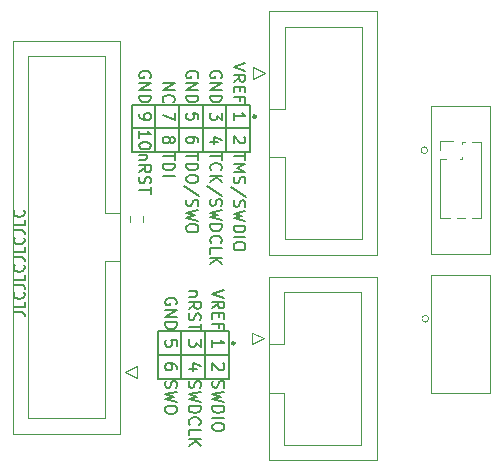
<source format=gbr>
%TF.GenerationSoftware,KiCad,Pcbnew,(7.0.0)*%
%TF.CreationDate,2023-03-27T10:38:50+02:00*%
%TF.ProjectId,JTAG-SWD Adapter,4a544147-2d53-4574-9420-416461707465,rev?*%
%TF.SameCoordinates,Original*%
%TF.FileFunction,Legend,Top*%
%TF.FilePolarity,Positive*%
%FSLAX46Y46*%
G04 Gerber Fmt 4.6, Leading zero omitted, Abs format (unit mm)*
G04 Created by KiCad (PCBNEW (7.0.0)) date 2023-03-27 10:38:50*
%MOMM*%
%LPD*%
G01*
G04 APERTURE LIST*
%ADD10C,0.150000*%
%ADD11C,0.225000*%
%ADD12C,0.166667*%
%ADD13C,0.120000*%
G04 APERTURE END LIST*
D10*
X122350000Y-139200000D02*
X116350000Y-139200000D01*
X124150000Y-120000000D02*
X114150000Y-120000000D01*
X122150000Y-118000000D02*
X122150000Y-122000000D01*
X114150000Y-118000000D02*
X124150000Y-118000000D01*
X124150000Y-118000000D02*
X124150000Y-122000000D01*
X124150000Y-122000000D02*
X114150000Y-122000000D01*
X114150000Y-122000000D02*
X114150000Y-118000000D01*
X120150000Y-118000000D02*
X120150000Y-122000000D01*
X118350000Y-137200000D02*
X118350000Y-141200000D01*
X118150000Y-122000000D02*
X118150000Y-118000000D01*
D11*
X122862500Y-138200000D02*
G75*
G03*
X122862500Y-138200000I-112500J0D01*
G01*
D10*
X120350000Y-137200000D02*
X120350000Y-141200000D01*
D11*
X124662500Y-119000000D02*
G75*
G03*
X124662500Y-119000000I-112500J0D01*
G01*
D10*
X116150000Y-118000000D02*
X116150000Y-122000000D01*
X116350000Y-137200000D02*
X122350000Y-137200000D01*
X122350000Y-137200000D02*
X122350000Y-141200000D01*
X122350000Y-141200000D02*
X116350000Y-141200000D01*
X116350000Y-141200000D02*
X116350000Y-137200000D01*
X119982619Y-137866667D02*
X119982619Y-138485714D01*
X119982619Y-138485714D02*
X119601666Y-138152381D01*
X119601666Y-138152381D02*
X119601666Y-138295238D01*
X119601666Y-138295238D02*
X119554047Y-138390476D01*
X119554047Y-138390476D02*
X119506428Y-138438095D01*
X119506428Y-138438095D02*
X119411190Y-138485714D01*
X119411190Y-138485714D02*
X119173095Y-138485714D01*
X119173095Y-138485714D02*
X119077857Y-138438095D01*
X119077857Y-138438095D02*
X119030238Y-138390476D01*
X119030238Y-138390476D02*
X118982619Y-138295238D01*
X118982619Y-138295238D02*
X118982619Y-138009524D01*
X118982619Y-138009524D02*
X119030238Y-137914286D01*
X119030238Y-137914286D02*
X119077857Y-137866667D01*
X121887380Y-139914286D02*
X121935000Y-139961905D01*
X121935000Y-139961905D02*
X121982619Y-140057143D01*
X121982619Y-140057143D02*
X121982619Y-140295238D01*
X121982619Y-140295238D02*
X121935000Y-140390476D01*
X121935000Y-140390476D02*
X121887380Y-140438095D01*
X121887380Y-140438095D02*
X121792142Y-140485714D01*
X121792142Y-140485714D02*
X121696904Y-140485714D01*
X121696904Y-140485714D02*
X121554047Y-140438095D01*
X121554047Y-140438095D02*
X120982619Y-139866667D01*
X120982619Y-139866667D02*
X120982619Y-140485714D01*
X119030238Y-141390476D02*
X118982619Y-141533333D01*
X118982619Y-141533333D02*
X118982619Y-141771428D01*
X118982619Y-141771428D02*
X119030238Y-141866666D01*
X119030238Y-141866666D02*
X119077857Y-141914285D01*
X119077857Y-141914285D02*
X119173095Y-141961904D01*
X119173095Y-141961904D02*
X119268333Y-141961904D01*
X119268333Y-141961904D02*
X119363571Y-141914285D01*
X119363571Y-141914285D02*
X119411190Y-141866666D01*
X119411190Y-141866666D02*
X119458809Y-141771428D01*
X119458809Y-141771428D02*
X119506428Y-141580952D01*
X119506428Y-141580952D02*
X119554047Y-141485714D01*
X119554047Y-141485714D02*
X119601666Y-141438095D01*
X119601666Y-141438095D02*
X119696904Y-141390476D01*
X119696904Y-141390476D02*
X119792142Y-141390476D01*
X119792142Y-141390476D02*
X119887380Y-141438095D01*
X119887380Y-141438095D02*
X119935000Y-141485714D01*
X119935000Y-141485714D02*
X119982619Y-141580952D01*
X119982619Y-141580952D02*
X119982619Y-141819047D01*
X119982619Y-141819047D02*
X119935000Y-141961904D01*
X119982619Y-142295238D02*
X118982619Y-142533333D01*
X118982619Y-142533333D02*
X119696904Y-142723809D01*
X119696904Y-142723809D02*
X118982619Y-142914285D01*
X118982619Y-142914285D02*
X119982619Y-143152381D01*
X118982619Y-143533333D02*
X119982619Y-143533333D01*
X119982619Y-143533333D02*
X119982619Y-143771428D01*
X119982619Y-143771428D02*
X119935000Y-143914285D01*
X119935000Y-143914285D02*
X119839761Y-144009523D01*
X119839761Y-144009523D02*
X119744523Y-144057142D01*
X119744523Y-144057142D02*
X119554047Y-144104761D01*
X119554047Y-144104761D02*
X119411190Y-144104761D01*
X119411190Y-144104761D02*
X119220714Y-144057142D01*
X119220714Y-144057142D02*
X119125476Y-144009523D01*
X119125476Y-144009523D02*
X119030238Y-143914285D01*
X119030238Y-143914285D02*
X118982619Y-143771428D01*
X118982619Y-143771428D02*
X118982619Y-143533333D01*
X119077857Y-145104761D02*
X119030238Y-145057142D01*
X119030238Y-145057142D02*
X118982619Y-144914285D01*
X118982619Y-144914285D02*
X118982619Y-144819047D01*
X118982619Y-144819047D02*
X119030238Y-144676190D01*
X119030238Y-144676190D02*
X119125476Y-144580952D01*
X119125476Y-144580952D02*
X119220714Y-144533333D01*
X119220714Y-144533333D02*
X119411190Y-144485714D01*
X119411190Y-144485714D02*
X119554047Y-144485714D01*
X119554047Y-144485714D02*
X119744523Y-144533333D01*
X119744523Y-144533333D02*
X119839761Y-144580952D01*
X119839761Y-144580952D02*
X119935000Y-144676190D01*
X119935000Y-144676190D02*
X119982619Y-144819047D01*
X119982619Y-144819047D02*
X119982619Y-144914285D01*
X119982619Y-144914285D02*
X119935000Y-145057142D01*
X119935000Y-145057142D02*
X119887380Y-145104761D01*
X118982619Y-146009523D02*
X118982619Y-145533333D01*
X118982619Y-145533333D02*
X119982619Y-145533333D01*
X118982619Y-146342857D02*
X119982619Y-146342857D01*
X118982619Y-146914285D02*
X119554047Y-146485714D01*
X119982619Y-146914285D02*
X119411190Y-146342857D01*
X121735000Y-115714285D02*
X121782619Y-115619047D01*
X121782619Y-115619047D02*
X121782619Y-115476190D01*
X121782619Y-115476190D02*
X121735000Y-115333333D01*
X121735000Y-115333333D02*
X121639761Y-115238095D01*
X121639761Y-115238095D02*
X121544523Y-115190476D01*
X121544523Y-115190476D02*
X121354047Y-115142857D01*
X121354047Y-115142857D02*
X121211190Y-115142857D01*
X121211190Y-115142857D02*
X121020714Y-115190476D01*
X121020714Y-115190476D02*
X120925476Y-115238095D01*
X120925476Y-115238095D02*
X120830238Y-115333333D01*
X120830238Y-115333333D02*
X120782619Y-115476190D01*
X120782619Y-115476190D02*
X120782619Y-115571428D01*
X120782619Y-115571428D02*
X120830238Y-115714285D01*
X120830238Y-115714285D02*
X120877857Y-115761904D01*
X120877857Y-115761904D02*
X121211190Y-115761904D01*
X121211190Y-115761904D02*
X121211190Y-115571428D01*
X120782619Y-116190476D02*
X121782619Y-116190476D01*
X121782619Y-116190476D02*
X120782619Y-116761904D01*
X120782619Y-116761904D02*
X121782619Y-116761904D01*
X120782619Y-117238095D02*
X121782619Y-117238095D01*
X121782619Y-117238095D02*
X121782619Y-117476190D01*
X121782619Y-117476190D02*
X121735000Y-117619047D01*
X121735000Y-117619047D02*
X121639761Y-117714285D01*
X121639761Y-117714285D02*
X121544523Y-117761904D01*
X121544523Y-117761904D02*
X121354047Y-117809523D01*
X121354047Y-117809523D02*
X121211190Y-117809523D01*
X121211190Y-117809523D02*
X121020714Y-117761904D01*
X121020714Y-117761904D02*
X120925476Y-117714285D01*
X120925476Y-117714285D02*
X120830238Y-117619047D01*
X120830238Y-117619047D02*
X120782619Y-117476190D01*
X120782619Y-117476190D02*
X120782619Y-117238095D01*
X120982619Y-138485714D02*
X120982619Y-137914286D01*
X120982619Y-138200000D02*
X121982619Y-138200000D01*
X121982619Y-138200000D02*
X121839761Y-138104762D01*
X121839761Y-138104762D02*
X121744523Y-138009524D01*
X121744523Y-138009524D02*
X121696904Y-137914286D01*
X119782619Y-121190476D02*
X119782619Y-121000000D01*
X119782619Y-121000000D02*
X119735000Y-120904762D01*
X119735000Y-120904762D02*
X119687380Y-120857143D01*
X119687380Y-120857143D02*
X119544523Y-120761905D01*
X119544523Y-120761905D02*
X119354047Y-120714286D01*
X119354047Y-120714286D02*
X118973095Y-120714286D01*
X118973095Y-120714286D02*
X118877857Y-120761905D01*
X118877857Y-120761905D02*
X118830238Y-120809524D01*
X118830238Y-120809524D02*
X118782619Y-120904762D01*
X118782619Y-120904762D02*
X118782619Y-121095238D01*
X118782619Y-121095238D02*
X118830238Y-121190476D01*
X118830238Y-121190476D02*
X118877857Y-121238095D01*
X118877857Y-121238095D02*
X118973095Y-121285714D01*
X118973095Y-121285714D02*
X119211190Y-121285714D01*
X119211190Y-121285714D02*
X119306428Y-121238095D01*
X119306428Y-121238095D02*
X119354047Y-121190476D01*
X119354047Y-121190476D02*
X119401666Y-121095238D01*
X119401666Y-121095238D02*
X119401666Y-120904762D01*
X119401666Y-120904762D02*
X119354047Y-120809524D01*
X119354047Y-120809524D02*
X119306428Y-120761905D01*
X119306428Y-120761905D02*
X119211190Y-120714286D01*
X115449285Y-122238095D02*
X114782619Y-122238095D01*
X115354047Y-122238095D02*
X115401666Y-122285714D01*
X115401666Y-122285714D02*
X115449285Y-122380952D01*
X115449285Y-122380952D02*
X115449285Y-122523809D01*
X115449285Y-122523809D02*
X115401666Y-122619047D01*
X115401666Y-122619047D02*
X115306428Y-122666666D01*
X115306428Y-122666666D02*
X114782619Y-122666666D01*
X114782619Y-123714285D02*
X115258809Y-123380952D01*
X114782619Y-123142857D02*
X115782619Y-123142857D01*
X115782619Y-123142857D02*
X115782619Y-123523809D01*
X115782619Y-123523809D02*
X115735000Y-123619047D01*
X115735000Y-123619047D02*
X115687380Y-123666666D01*
X115687380Y-123666666D02*
X115592142Y-123714285D01*
X115592142Y-123714285D02*
X115449285Y-123714285D01*
X115449285Y-123714285D02*
X115354047Y-123666666D01*
X115354047Y-123666666D02*
X115306428Y-123619047D01*
X115306428Y-123619047D02*
X115258809Y-123523809D01*
X115258809Y-123523809D02*
X115258809Y-123142857D01*
X114830238Y-124095238D02*
X114782619Y-124238095D01*
X114782619Y-124238095D02*
X114782619Y-124476190D01*
X114782619Y-124476190D02*
X114830238Y-124571428D01*
X114830238Y-124571428D02*
X114877857Y-124619047D01*
X114877857Y-124619047D02*
X114973095Y-124666666D01*
X114973095Y-124666666D02*
X115068333Y-124666666D01*
X115068333Y-124666666D02*
X115163571Y-124619047D01*
X115163571Y-124619047D02*
X115211190Y-124571428D01*
X115211190Y-124571428D02*
X115258809Y-124476190D01*
X115258809Y-124476190D02*
X115306428Y-124285714D01*
X115306428Y-124285714D02*
X115354047Y-124190476D01*
X115354047Y-124190476D02*
X115401666Y-124142857D01*
X115401666Y-124142857D02*
X115496904Y-124095238D01*
X115496904Y-124095238D02*
X115592142Y-124095238D01*
X115592142Y-124095238D02*
X115687380Y-124142857D01*
X115687380Y-124142857D02*
X115735000Y-124190476D01*
X115735000Y-124190476D02*
X115782619Y-124285714D01*
X115782619Y-124285714D02*
X115782619Y-124523809D01*
X115782619Y-124523809D02*
X115735000Y-124666666D01*
X115782619Y-124952381D02*
X115782619Y-125523809D01*
X114782619Y-125238095D02*
X115782619Y-125238095D01*
X114782619Y-120809523D02*
X114782619Y-120238095D01*
X114782619Y-120523809D02*
X115782619Y-120523809D01*
X115782619Y-120523809D02*
X115639761Y-120428571D01*
X115639761Y-120428571D02*
X115544523Y-120333333D01*
X115544523Y-120333333D02*
X115496904Y-120238095D01*
X115782619Y-121428571D02*
X115782619Y-121523809D01*
X115782619Y-121523809D02*
X115735000Y-121619047D01*
X115735000Y-121619047D02*
X115687380Y-121666666D01*
X115687380Y-121666666D02*
X115592142Y-121714285D01*
X115592142Y-121714285D02*
X115401666Y-121761904D01*
X115401666Y-121761904D02*
X115163571Y-121761904D01*
X115163571Y-121761904D02*
X114973095Y-121714285D01*
X114973095Y-121714285D02*
X114877857Y-121666666D01*
X114877857Y-121666666D02*
X114830238Y-121619047D01*
X114830238Y-121619047D02*
X114782619Y-121523809D01*
X114782619Y-121523809D02*
X114782619Y-121428571D01*
X114782619Y-121428571D02*
X114830238Y-121333333D01*
X114830238Y-121333333D02*
X114877857Y-121285714D01*
X114877857Y-121285714D02*
X114973095Y-121238095D01*
X114973095Y-121238095D02*
X115163571Y-121190476D01*
X115163571Y-121190476D02*
X115401666Y-121190476D01*
X115401666Y-121190476D02*
X115592142Y-121238095D01*
X115592142Y-121238095D02*
X115687380Y-121285714D01*
X115687380Y-121285714D02*
X115735000Y-121333333D01*
X115735000Y-121333333D02*
X115782619Y-121428571D01*
X121030238Y-141390476D02*
X120982619Y-141533333D01*
X120982619Y-141533333D02*
X120982619Y-141771428D01*
X120982619Y-141771428D02*
X121030238Y-141866666D01*
X121030238Y-141866666D02*
X121077857Y-141914285D01*
X121077857Y-141914285D02*
X121173095Y-141961904D01*
X121173095Y-141961904D02*
X121268333Y-141961904D01*
X121268333Y-141961904D02*
X121363571Y-141914285D01*
X121363571Y-141914285D02*
X121411190Y-141866666D01*
X121411190Y-141866666D02*
X121458809Y-141771428D01*
X121458809Y-141771428D02*
X121506428Y-141580952D01*
X121506428Y-141580952D02*
X121554047Y-141485714D01*
X121554047Y-141485714D02*
X121601666Y-141438095D01*
X121601666Y-141438095D02*
X121696904Y-141390476D01*
X121696904Y-141390476D02*
X121792142Y-141390476D01*
X121792142Y-141390476D02*
X121887380Y-141438095D01*
X121887380Y-141438095D02*
X121935000Y-141485714D01*
X121935000Y-141485714D02*
X121982619Y-141580952D01*
X121982619Y-141580952D02*
X121982619Y-141819047D01*
X121982619Y-141819047D02*
X121935000Y-141961904D01*
X121982619Y-142295238D02*
X120982619Y-142533333D01*
X120982619Y-142533333D02*
X121696904Y-142723809D01*
X121696904Y-142723809D02*
X120982619Y-142914285D01*
X120982619Y-142914285D02*
X121982619Y-143152381D01*
X120982619Y-143533333D02*
X121982619Y-143533333D01*
X121982619Y-143533333D02*
X121982619Y-143771428D01*
X121982619Y-143771428D02*
X121935000Y-143914285D01*
X121935000Y-143914285D02*
X121839761Y-144009523D01*
X121839761Y-144009523D02*
X121744523Y-144057142D01*
X121744523Y-144057142D02*
X121554047Y-144104761D01*
X121554047Y-144104761D02*
X121411190Y-144104761D01*
X121411190Y-144104761D02*
X121220714Y-144057142D01*
X121220714Y-144057142D02*
X121125476Y-144009523D01*
X121125476Y-144009523D02*
X121030238Y-143914285D01*
X121030238Y-143914285D02*
X120982619Y-143771428D01*
X120982619Y-143771428D02*
X120982619Y-143533333D01*
X120982619Y-144533333D02*
X121982619Y-144533333D01*
X121982619Y-145199999D02*
X121982619Y-145390475D01*
X121982619Y-145390475D02*
X121935000Y-145485713D01*
X121935000Y-145485713D02*
X121839761Y-145580951D01*
X121839761Y-145580951D02*
X121649285Y-145628570D01*
X121649285Y-145628570D02*
X121315952Y-145628570D01*
X121315952Y-145628570D02*
X121125476Y-145580951D01*
X121125476Y-145580951D02*
X121030238Y-145485713D01*
X121030238Y-145485713D02*
X120982619Y-145390475D01*
X120982619Y-145390475D02*
X120982619Y-145199999D01*
X120982619Y-145199999D02*
X121030238Y-145104761D01*
X121030238Y-145104761D02*
X121125476Y-145009523D01*
X121125476Y-145009523D02*
X121315952Y-144961904D01*
X121315952Y-144961904D02*
X121649285Y-144961904D01*
X121649285Y-144961904D02*
X121839761Y-145009523D01*
X121839761Y-145009523D02*
X121935000Y-145104761D01*
X121935000Y-145104761D02*
X121982619Y-145199999D01*
X121449285Y-121190476D02*
X120782619Y-121190476D01*
X121830238Y-120952381D02*
X121115952Y-120714286D01*
X121115952Y-120714286D02*
X121115952Y-121333333D01*
X121782619Y-118666667D02*
X121782619Y-119285714D01*
X121782619Y-119285714D02*
X121401666Y-118952381D01*
X121401666Y-118952381D02*
X121401666Y-119095238D01*
X121401666Y-119095238D02*
X121354047Y-119190476D01*
X121354047Y-119190476D02*
X121306428Y-119238095D01*
X121306428Y-119238095D02*
X121211190Y-119285714D01*
X121211190Y-119285714D02*
X120973095Y-119285714D01*
X120973095Y-119285714D02*
X120877857Y-119238095D01*
X120877857Y-119238095D02*
X120830238Y-119190476D01*
X120830238Y-119190476D02*
X120782619Y-119095238D01*
X120782619Y-119095238D02*
X120782619Y-118809524D01*
X120782619Y-118809524D02*
X120830238Y-118714286D01*
X120830238Y-118714286D02*
X120877857Y-118666667D01*
X115735000Y-115714285D02*
X115782619Y-115619047D01*
X115782619Y-115619047D02*
X115782619Y-115476190D01*
X115782619Y-115476190D02*
X115735000Y-115333333D01*
X115735000Y-115333333D02*
X115639761Y-115238095D01*
X115639761Y-115238095D02*
X115544523Y-115190476D01*
X115544523Y-115190476D02*
X115354047Y-115142857D01*
X115354047Y-115142857D02*
X115211190Y-115142857D01*
X115211190Y-115142857D02*
X115020714Y-115190476D01*
X115020714Y-115190476D02*
X114925476Y-115238095D01*
X114925476Y-115238095D02*
X114830238Y-115333333D01*
X114830238Y-115333333D02*
X114782619Y-115476190D01*
X114782619Y-115476190D02*
X114782619Y-115571428D01*
X114782619Y-115571428D02*
X114830238Y-115714285D01*
X114830238Y-115714285D02*
X114877857Y-115761904D01*
X114877857Y-115761904D02*
X115211190Y-115761904D01*
X115211190Y-115761904D02*
X115211190Y-115571428D01*
X114782619Y-116190476D02*
X115782619Y-116190476D01*
X115782619Y-116190476D02*
X114782619Y-116761904D01*
X114782619Y-116761904D02*
X115782619Y-116761904D01*
X114782619Y-117238095D02*
X115782619Y-117238095D01*
X115782619Y-117238095D02*
X115782619Y-117476190D01*
X115782619Y-117476190D02*
X115735000Y-117619047D01*
X115735000Y-117619047D02*
X115639761Y-117714285D01*
X115639761Y-117714285D02*
X115544523Y-117761904D01*
X115544523Y-117761904D02*
X115354047Y-117809523D01*
X115354047Y-117809523D02*
X115211190Y-117809523D01*
X115211190Y-117809523D02*
X115020714Y-117761904D01*
X115020714Y-117761904D02*
X114925476Y-117714285D01*
X114925476Y-117714285D02*
X114830238Y-117619047D01*
X114830238Y-117619047D02*
X114782619Y-117476190D01*
X114782619Y-117476190D02*
X114782619Y-117238095D01*
X116782619Y-116190476D02*
X117782619Y-116190476D01*
X117782619Y-116190476D02*
X116782619Y-116761904D01*
X116782619Y-116761904D02*
X117782619Y-116761904D01*
X116877857Y-117809523D02*
X116830238Y-117761904D01*
X116830238Y-117761904D02*
X116782619Y-117619047D01*
X116782619Y-117619047D02*
X116782619Y-117523809D01*
X116782619Y-117523809D02*
X116830238Y-117380952D01*
X116830238Y-117380952D02*
X116925476Y-117285714D01*
X116925476Y-117285714D02*
X117020714Y-117238095D01*
X117020714Y-117238095D02*
X117211190Y-117190476D01*
X117211190Y-117190476D02*
X117354047Y-117190476D01*
X117354047Y-117190476D02*
X117544523Y-117238095D01*
X117544523Y-117238095D02*
X117639761Y-117285714D01*
X117639761Y-117285714D02*
X117735000Y-117380952D01*
X117735000Y-117380952D02*
X117782619Y-117523809D01*
X117782619Y-117523809D02*
X117782619Y-117619047D01*
X117782619Y-117619047D02*
X117735000Y-117761904D01*
X117735000Y-117761904D02*
X117687380Y-117809523D01*
X119782619Y-119238095D02*
X119782619Y-118761905D01*
X119782619Y-118761905D02*
X119306428Y-118714286D01*
X119306428Y-118714286D02*
X119354047Y-118761905D01*
X119354047Y-118761905D02*
X119401666Y-118857143D01*
X119401666Y-118857143D02*
X119401666Y-119095238D01*
X119401666Y-119095238D02*
X119354047Y-119190476D01*
X119354047Y-119190476D02*
X119306428Y-119238095D01*
X119306428Y-119238095D02*
X119211190Y-119285714D01*
X119211190Y-119285714D02*
X118973095Y-119285714D01*
X118973095Y-119285714D02*
X118877857Y-119238095D01*
X118877857Y-119238095D02*
X118830238Y-119190476D01*
X118830238Y-119190476D02*
X118782619Y-119095238D01*
X118782619Y-119095238D02*
X118782619Y-118857143D01*
X118782619Y-118857143D02*
X118830238Y-118761905D01*
X118830238Y-118761905D02*
X118877857Y-118714286D01*
X117935000Y-134914285D02*
X117982619Y-134819047D01*
X117982619Y-134819047D02*
X117982619Y-134676190D01*
X117982619Y-134676190D02*
X117935000Y-134533333D01*
X117935000Y-134533333D02*
X117839761Y-134438095D01*
X117839761Y-134438095D02*
X117744523Y-134390476D01*
X117744523Y-134390476D02*
X117554047Y-134342857D01*
X117554047Y-134342857D02*
X117411190Y-134342857D01*
X117411190Y-134342857D02*
X117220714Y-134390476D01*
X117220714Y-134390476D02*
X117125476Y-134438095D01*
X117125476Y-134438095D02*
X117030238Y-134533333D01*
X117030238Y-134533333D02*
X116982619Y-134676190D01*
X116982619Y-134676190D02*
X116982619Y-134771428D01*
X116982619Y-134771428D02*
X117030238Y-134914285D01*
X117030238Y-134914285D02*
X117077857Y-134961904D01*
X117077857Y-134961904D02*
X117411190Y-134961904D01*
X117411190Y-134961904D02*
X117411190Y-134771428D01*
X116982619Y-135390476D02*
X117982619Y-135390476D01*
X117982619Y-135390476D02*
X116982619Y-135961904D01*
X116982619Y-135961904D02*
X117982619Y-135961904D01*
X116982619Y-136438095D02*
X117982619Y-136438095D01*
X117982619Y-136438095D02*
X117982619Y-136676190D01*
X117982619Y-136676190D02*
X117935000Y-136819047D01*
X117935000Y-136819047D02*
X117839761Y-136914285D01*
X117839761Y-136914285D02*
X117744523Y-136961904D01*
X117744523Y-136961904D02*
X117554047Y-137009523D01*
X117554047Y-137009523D02*
X117411190Y-137009523D01*
X117411190Y-137009523D02*
X117220714Y-136961904D01*
X117220714Y-136961904D02*
X117125476Y-136914285D01*
X117125476Y-136914285D02*
X117030238Y-136819047D01*
X117030238Y-136819047D02*
X116982619Y-136676190D01*
X116982619Y-136676190D02*
X116982619Y-136438095D01*
X123687380Y-120714286D02*
X123735000Y-120761905D01*
X123735000Y-120761905D02*
X123782619Y-120857143D01*
X123782619Y-120857143D02*
X123782619Y-121095238D01*
X123782619Y-121095238D02*
X123735000Y-121190476D01*
X123735000Y-121190476D02*
X123687380Y-121238095D01*
X123687380Y-121238095D02*
X123592142Y-121285714D01*
X123592142Y-121285714D02*
X123496904Y-121285714D01*
X123496904Y-121285714D02*
X123354047Y-121238095D01*
X123354047Y-121238095D02*
X122782619Y-120666667D01*
X122782619Y-120666667D02*
X122782619Y-121285714D01*
X119649285Y-140390476D02*
X118982619Y-140390476D01*
X120030238Y-140152381D02*
X119315952Y-139914286D01*
X119315952Y-139914286D02*
X119315952Y-140533333D01*
D12*
X104180642Y-135557141D02*
X104823500Y-135557141D01*
X104823500Y-135557141D02*
X104952071Y-135599998D01*
X104952071Y-135599998D02*
X105037785Y-135685712D01*
X105037785Y-135685712D02*
X105080642Y-135814284D01*
X105080642Y-135814284D02*
X105080642Y-135899998D01*
X105080642Y-134699998D02*
X105080642Y-135128570D01*
X105080642Y-135128570D02*
X104180642Y-135128570D01*
X104994928Y-133885713D02*
X105037785Y-133928570D01*
X105037785Y-133928570D02*
X105080642Y-134057142D01*
X105080642Y-134057142D02*
X105080642Y-134142856D01*
X105080642Y-134142856D02*
X105037785Y-134271427D01*
X105037785Y-134271427D02*
X104952071Y-134357142D01*
X104952071Y-134357142D02*
X104866357Y-134399999D01*
X104866357Y-134399999D02*
X104694928Y-134442856D01*
X104694928Y-134442856D02*
X104566357Y-134442856D01*
X104566357Y-134442856D02*
X104394928Y-134399999D01*
X104394928Y-134399999D02*
X104309214Y-134357142D01*
X104309214Y-134357142D02*
X104223500Y-134271427D01*
X104223500Y-134271427D02*
X104180642Y-134142856D01*
X104180642Y-134142856D02*
X104180642Y-134057142D01*
X104180642Y-134057142D02*
X104223500Y-133928570D01*
X104223500Y-133928570D02*
X104266357Y-133885713D01*
X104180642Y-133242856D02*
X104823500Y-133242856D01*
X104823500Y-133242856D02*
X104952071Y-133285713D01*
X104952071Y-133285713D02*
X105037785Y-133371427D01*
X105037785Y-133371427D02*
X105080642Y-133499999D01*
X105080642Y-133499999D02*
X105080642Y-133585713D01*
X105080642Y-132385713D02*
X105080642Y-132814285D01*
X105080642Y-132814285D02*
X104180642Y-132814285D01*
X104994928Y-131571428D02*
X105037785Y-131614285D01*
X105037785Y-131614285D02*
X105080642Y-131742857D01*
X105080642Y-131742857D02*
X105080642Y-131828571D01*
X105080642Y-131828571D02*
X105037785Y-131957142D01*
X105037785Y-131957142D02*
X104952071Y-132042857D01*
X104952071Y-132042857D02*
X104866357Y-132085714D01*
X104866357Y-132085714D02*
X104694928Y-132128571D01*
X104694928Y-132128571D02*
X104566357Y-132128571D01*
X104566357Y-132128571D02*
X104394928Y-132085714D01*
X104394928Y-132085714D02*
X104309214Y-132042857D01*
X104309214Y-132042857D02*
X104223500Y-131957142D01*
X104223500Y-131957142D02*
X104180642Y-131828571D01*
X104180642Y-131828571D02*
X104180642Y-131742857D01*
X104180642Y-131742857D02*
X104223500Y-131614285D01*
X104223500Y-131614285D02*
X104266357Y-131571428D01*
X104180642Y-130928571D02*
X104823500Y-130928571D01*
X104823500Y-130928571D02*
X104952071Y-130971428D01*
X104952071Y-130971428D02*
X105037785Y-131057142D01*
X105037785Y-131057142D02*
X105080642Y-131185714D01*
X105080642Y-131185714D02*
X105080642Y-131271428D01*
X105080642Y-130071428D02*
X105080642Y-130500000D01*
X105080642Y-130500000D02*
X104180642Y-130500000D01*
X104994928Y-129257143D02*
X105037785Y-129300000D01*
X105037785Y-129300000D02*
X105080642Y-129428572D01*
X105080642Y-129428572D02*
X105080642Y-129514286D01*
X105080642Y-129514286D02*
X105037785Y-129642857D01*
X105037785Y-129642857D02*
X104952071Y-129728572D01*
X104952071Y-129728572D02*
X104866357Y-129771429D01*
X104866357Y-129771429D02*
X104694928Y-129814286D01*
X104694928Y-129814286D02*
X104566357Y-129814286D01*
X104566357Y-129814286D02*
X104394928Y-129771429D01*
X104394928Y-129771429D02*
X104309214Y-129728572D01*
X104309214Y-129728572D02*
X104223500Y-129642857D01*
X104223500Y-129642857D02*
X104180642Y-129514286D01*
X104180642Y-129514286D02*
X104180642Y-129428572D01*
X104180642Y-129428572D02*
X104223500Y-129300000D01*
X104223500Y-129300000D02*
X104266357Y-129257143D01*
X104180642Y-128614286D02*
X104823500Y-128614286D01*
X104823500Y-128614286D02*
X104952071Y-128657143D01*
X104952071Y-128657143D02*
X105037785Y-128742857D01*
X105037785Y-128742857D02*
X105080642Y-128871429D01*
X105080642Y-128871429D02*
X105080642Y-128957143D01*
X105080642Y-127757143D02*
X105080642Y-128185715D01*
X105080642Y-128185715D02*
X104180642Y-128185715D01*
X104994928Y-126942858D02*
X105037785Y-126985715D01*
X105037785Y-126985715D02*
X105080642Y-127114287D01*
X105080642Y-127114287D02*
X105080642Y-127200001D01*
X105080642Y-127200001D02*
X105037785Y-127328572D01*
X105037785Y-127328572D02*
X104952071Y-127414287D01*
X104952071Y-127414287D02*
X104866357Y-127457144D01*
X104866357Y-127457144D02*
X104694928Y-127500001D01*
X104694928Y-127500001D02*
X104566357Y-127500001D01*
X104566357Y-127500001D02*
X104394928Y-127457144D01*
X104394928Y-127457144D02*
X104309214Y-127414287D01*
X104309214Y-127414287D02*
X104223500Y-127328572D01*
X104223500Y-127328572D02*
X104180642Y-127200001D01*
X104180642Y-127200001D02*
X104180642Y-127114287D01*
X104180642Y-127114287D02*
X104223500Y-126985715D01*
X104223500Y-126985715D02*
X104266357Y-126942858D01*
D10*
X121982619Y-133676190D02*
X120982619Y-134009523D01*
X120982619Y-134009523D02*
X121982619Y-134342856D01*
X120982619Y-135247618D02*
X121458809Y-134914285D01*
X120982619Y-134676190D02*
X121982619Y-134676190D01*
X121982619Y-134676190D02*
X121982619Y-135057142D01*
X121982619Y-135057142D02*
X121935000Y-135152380D01*
X121935000Y-135152380D02*
X121887380Y-135199999D01*
X121887380Y-135199999D02*
X121792142Y-135247618D01*
X121792142Y-135247618D02*
X121649285Y-135247618D01*
X121649285Y-135247618D02*
X121554047Y-135199999D01*
X121554047Y-135199999D02*
X121506428Y-135152380D01*
X121506428Y-135152380D02*
X121458809Y-135057142D01*
X121458809Y-135057142D02*
X121458809Y-134676190D01*
X121506428Y-135676190D02*
X121506428Y-136009523D01*
X120982619Y-136152380D02*
X120982619Y-135676190D01*
X120982619Y-135676190D02*
X121982619Y-135676190D01*
X121982619Y-135676190D02*
X121982619Y-136152380D01*
X121506428Y-136914285D02*
X121506428Y-136580952D01*
X120982619Y-136580952D02*
X121982619Y-136580952D01*
X121982619Y-136580952D02*
X121982619Y-137057142D01*
X123782619Y-122095238D02*
X123782619Y-122666666D01*
X122782619Y-122380952D02*
X123782619Y-122380952D01*
X122782619Y-123000000D02*
X123782619Y-123000000D01*
X123782619Y-123000000D02*
X123068333Y-123333333D01*
X123068333Y-123333333D02*
X123782619Y-123666666D01*
X123782619Y-123666666D02*
X122782619Y-123666666D01*
X122830238Y-124095238D02*
X122782619Y-124238095D01*
X122782619Y-124238095D02*
X122782619Y-124476190D01*
X122782619Y-124476190D02*
X122830238Y-124571428D01*
X122830238Y-124571428D02*
X122877857Y-124619047D01*
X122877857Y-124619047D02*
X122973095Y-124666666D01*
X122973095Y-124666666D02*
X123068333Y-124666666D01*
X123068333Y-124666666D02*
X123163571Y-124619047D01*
X123163571Y-124619047D02*
X123211190Y-124571428D01*
X123211190Y-124571428D02*
X123258809Y-124476190D01*
X123258809Y-124476190D02*
X123306428Y-124285714D01*
X123306428Y-124285714D02*
X123354047Y-124190476D01*
X123354047Y-124190476D02*
X123401666Y-124142857D01*
X123401666Y-124142857D02*
X123496904Y-124095238D01*
X123496904Y-124095238D02*
X123592142Y-124095238D01*
X123592142Y-124095238D02*
X123687380Y-124142857D01*
X123687380Y-124142857D02*
X123735000Y-124190476D01*
X123735000Y-124190476D02*
X123782619Y-124285714D01*
X123782619Y-124285714D02*
X123782619Y-124523809D01*
X123782619Y-124523809D02*
X123735000Y-124666666D01*
X123830238Y-125809523D02*
X122544523Y-124952381D01*
X122830238Y-126095238D02*
X122782619Y-126238095D01*
X122782619Y-126238095D02*
X122782619Y-126476190D01*
X122782619Y-126476190D02*
X122830238Y-126571428D01*
X122830238Y-126571428D02*
X122877857Y-126619047D01*
X122877857Y-126619047D02*
X122973095Y-126666666D01*
X122973095Y-126666666D02*
X123068333Y-126666666D01*
X123068333Y-126666666D02*
X123163571Y-126619047D01*
X123163571Y-126619047D02*
X123211190Y-126571428D01*
X123211190Y-126571428D02*
X123258809Y-126476190D01*
X123258809Y-126476190D02*
X123306428Y-126285714D01*
X123306428Y-126285714D02*
X123354047Y-126190476D01*
X123354047Y-126190476D02*
X123401666Y-126142857D01*
X123401666Y-126142857D02*
X123496904Y-126095238D01*
X123496904Y-126095238D02*
X123592142Y-126095238D01*
X123592142Y-126095238D02*
X123687380Y-126142857D01*
X123687380Y-126142857D02*
X123735000Y-126190476D01*
X123735000Y-126190476D02*
X123782619Y-126285714D01*
X123782619Y-126285714D02*
X123782619Y-126523809D01*
X123782619Y-126523809D02*
X123735000Y-126666666D01*
X123782619Y-127000000D02*
X122782619Y-127238095D01*
X122782619Y-127238095D02*
X123496904Y-127428571D01*
X123496904Y-127428571D02*
X122782619Y-127619047D01*
X122782619Y-127619047D02*
X123782619Y-127857143D01*
X122782619Y-128238095D02*
X123782619Y-128238095D01*
X123782619Y-128238095D02*
X123782619Y-128476190D01*
X123782619Y-128476190D02*
X123735000Y-128619047D01*
X123735000Y-128619047D02*
X123639761Y-128714285D01*
X123639761Y-128714285D02*
X123544523Y-128761904D01*
X123544523Y-128761904D02*
X123354047Y-128809523D01*
X123354047Y-128809523D02*
X123211190Y-128809523D01*
X123211190Y-128809523D02*
X123020714Y-128761904D01*
X123020714Y-128761904D02*
X122925476Y-128714285D01*
X122925476Y-128714285D02*
X122830238Y-128619047D01*
X122830238Y-128619047D02*
X122782619Y-128476190D01*
X122782619Y-128476190D02*
X122782619Y-128238095D01*
X122782619Y-129238095D02*
X123782619Y-129238095D01*
X123782619Y-129904761D02*
X123782619Y-130095237D01*
X123782619Y-130095237D02*
X123735000Y-130190475D01*
X123735000Y-130190475D02*
X123639761Y-130285713D01*
X123639761Y-130285713D02*
X123449285Y-130333332D01*
X123449285Y-130333332D02*
X123115952Y-130333332D01*
X123115952Y-130333332D02*
X122925476Y-130285713D01*
X122925476Y-130285713D02*
X122830238Y-130190475D01*
X122830238Y-130190475D02*
X122782619Y-130095237D01*
X122782619Y-130095237D02*
X122782619Y-129904761D01*
X122782619Y-129904761D02*
X122830238Y-129809523D01*
X122830238Y-129809523D02*
X122925476Y-129714285D01*
X122925476Y-129714285D02*
X123115952Y-129666666D01*
X123115952Y-129666666D02*
X123449285Y-129666666D01*
X123449285Y-129666666D02*
X123639761Y-129714285D01*
X123639761Y-129714285D02*
X123735000Y-129809523D01*
X123735000Y-129809523D02*
X123782619Y-129904761D01*
X119649285Y-133819047D02*
X118982619Y-133819047D01*
X119554047Y-133819047D02*
X119601666Y-133866666D01*
X119601666Y-133866666D02*
X119649285Y-133961904D01*
X119649285Y-133961904D02*
X119649285Y-134104761D01*
X119649285Y-134104761D02*
X119601666Y-134199999D01*
X119601666Y-134199999D02*
X119506428Y-134247618D01*
X119506428Y-134247618D02*
X118982619Y-134247618D01*
X118982619Y-135295237D02*
X119458809Y-134961904D01*
X118982619Y-134723809D02*
X119982619Y-134723809D01*
X119982619Y-134723809D02*
X119982619Y-135104761D01*
X119982619Y-135104761D02*
X119935000Y-135199999D01*
X119935000Y-135199999D02*
X119887380Y-135247618D01*
X119887380Y-135247618D02*
X119792142Y-135295237D01*
X119792142Y-135295237D02*
X119649285Y-135295237D01*
X119649285Y-135295237D02*
X119554047Y-135247618D01*
X119554047Y-135247618D02*
X119506428Y-135199999D01*
X119506428Y-135199999D02*
X119458809Y-135104761D01*
X119458809Y-135104761D02*
X119458809Y-134723809D01*
X119030238Y-135676190D02*
X118982619Y-135819047D01*
X118982619Y-135819047D02*
X118982619Y-136057142D01*
X118982619Y-136057142D02*
X119030238Y-136152380D01*
X119030238Y-136152380D02*
X119077857Y-136199999D01*
X119077857Y-136199999D02*
X119173095Y-136247618D01*
X119173095Y-136247618D02*
X119268333Y-136247618D01*
X119268333Y-136247618D02*
X119363571Y-136199999D01*
X119363571Y-136199999D02*
X119411190Y-136152380D01*
X119411190Y-136152380D02*
X119458809Y-136057142D01*
X119458809Y-136057142D02*
X119506428Y-135866666D01*
X119506428Y-135866666D02*
X119554047Y-135771428D01*
X119554047Y-135771428D02*
X119601666Y-135723809D01*
X119601666Y-135723809D02*
X119696904Y-135676190D01*
X119696904Y-135676190D02*
X119792142Y-135676190D01*
X119792142Y-135676190D02*
X119887380Y-135723809D01*
X119887380Y-135723809D02*
X119935000Y-135771428D01*
X119935000Y-135771428D02*
X119982619Y-135866666D01*
X119982619Y-135866666D02*
X119982619Y-136104761D01*
X119982619Y-136104761D02*
X119935000Y-136247618D01*
X119982619Y-136533333D02*
X119982619Y-137104761D01*
X118982619Y-136819047D02*
X119982619Y-136819047D01*
X122782619Y-119285714D02*
X122782619Y-118714286D01*
X122782619Y-119000000D02*
X123782619Y-119000000D01*
X123782619Y-119000000D02*
X123639761Y-118904762D01*
X123639761Y-118904762D02*
X123544523Y-118809524D01*
X123544523Y-118809524D02*
X123496904Y-118714286D01*
X117354047Y-120904762D02*
X117401666Y-120809524D01*
X117401666Y-120809524D02*
X117449285Y-120761905D01*
X117449285Y-120761905D02*
X117544523Y-120714286D01*
X117544523Y-120714286D02*
X117592142Y-120714286D01*
X117592142Y-120714286D02*
X117687380Y-120761905D01*
X117687380Y-120761905D02*
X117735000Y-120809524D01*
X117735000Y-120809524D02*
X117782619Y-120904762D01*
X117782619Y-120904762D02*
X117782619Y-121095238D01*
X117782619Y-121095238D02*
X117735000Y-121190476D01*
X117735000Y-121190476D02*
X117687380Y-121238095D01*
X117687380Y-121238095D02*
X117592142Y-121285714D01*
X117592142Y-121285714D02*
X117544523Y-121285714D01*
X117544523Y-121285714D02*
X117449285Y-121238095D01*
X117449285Y-121238095D02*
X117401666Y-121190476D01*
X117401666Y-121190476D02*
X117354047Y-121095238D01*
X117354047Y-121095238D02*
X117354047Y-120904762D01*
X117354047Y-120904762D02*
X117306428Y-120809524D01*
X117306428Y-120809524D02*
X117258809Y-120761905D01*
X117258809Y-120761905D02*
X117163571Y-120714286D01*
X117163571Y-120714286D02*
X116973095Y-120714286D01*
X116973095Y-120714286D02*
X116877857Y-120761905D01*
X116877857Y-120761905D02*
X116830238Y-120809524D01*
X116830238Y-120809524D02*
X116782619Y-120904762D01*
X116782619Y-120904762D02*
X116782619Y-121095238D01*
X116782619Y-121095238D02*
X116830238Y-121190476D01*
X116830238Y-121190476D02*
X116877857Y-121238095D01*
X116877857Y-121238095D02*
X116973095Y-121285714D01*
X116973095Y-121285714D02*
X117163571Y-121285714D01*
X117163571Y-121285714D02*
X117258809Y-121238095D01*
X117258809Y-121238095D02*
X117306428Y-121190476D01*
X117306428Y-121190476D02*
X117354047Y-121095238D01*
X119782619Y-122095238D02*
X119782619Y-122666666D01*
X118782619Y-122380952D02*
X119782619Y-122380952D01*
X118782619Y-123000000D02*
X119782619Y-123000000D01*
X119782619Y-123000000D02*
X119782619Y-123238095D01*
X119782619Y-123238095D02*
X119735000Y-123380952D01*
X119735000Y-123380952D02*
X119639761Y-123476190D01*
X119639761Y-123476190D02*
X119544523Y-123523809D01*
X119544523Y-123523809D02*
X119354047Y-123571428D01*
X119354047Y-123571428D02*
X119211190Y-123571428D01*
X119211190Y-123571428D02*
X119020714Y-123523809D01*
X119020714Y-123523809D02*
X118925476Y-123476190D01*
X118925476Y-123476190D02*
X118830238Y-123380952D01*
X118830238Y-123380952D02*
X118782619Y-123238095D01*
X118782619Y-123238095D02*
X118782619Y-123000000D01*
X119782619Y-124190476D02*
X119782619Y-124380952D01*
X119782619Y-124380952D02*
X119735000Y-124476190D01*
X119735000Y-124476190D02*
X119639761Y-124571428D01*
X119639761Y-124571428D02*
X119449285Y-124619047D01*
X119449285Y-124619047D02*
X119115952Y-124619047D01*
X119115952Y-124619047D02*
X118925476Y-124571428D01*
X118925476Y-124571428D02*
X118830238Y-124476190D01*
X118830238Y-124476190D02*
X118782619Y-124380952D01*
X118782619Y-124380952D02*
X118782619Y-124190476D01*
X118782619Y-124190476D02*
X118830238Y-124095238D01*
X118830238Y-124095238D02*
X118925476Y-124000000D01*
X118925476Y-124000000D02*
X119115952Y-123952381D01*
X119115952Y-123952381D02*
X119449285Y-123952381D01*
X119449285Y-123952381D02*
X119639761Y-124000000D01*
X119639761Y-124000000D02*
X119735000Y-124095238D01*
X119735000Y-124095238D02*
X119782619Y-124190476D01*
X119830238Y-125761904D02*
X118544523Y-124904762D01*
X118830238Y-126047619D02*
X118782619Y-126190476D01*
X118782619Y-126190476D02*
X118782619Y-126428571D01*
X118782619Y-126428571D02*
X118830238Y-126523809D01*
X118830238Y-126523809D02*
X118877857Y-126571428D01*
X118877857Y-126571428D02*
X118973095Y-126619047D01*
X118973095Y-126619047D02*
X119068333Y-126619047D01*
X119068333Y-126619047D02*
X119163571Y-126571428D01*
X119163571Y-126571428D02*
X119211190Y-126523809D01*
X119211190Y-126523809D02*
X119258809Y-126428571D01*
X119258809Y-126428571D02*
X119306428Y-126238095D01*
X119306428Y-126238095D02*
X119354047Y-126142857D01*
X119354047Y-126142857D02*
X119401666Y-126095238D01*
X119401666Y-126095238D02*
X119496904Y-126047619D01*
X119496904Y-126047619D02*
X119592142Y-126047619D01*
X119592142Y-126047619D02*
X119687380Y-126095238D01*
X119687380Y-126095238D02*
X119735000Y-126142857D01*
X119735000Y-126142857D02*
X119782619Y-126238095D01*
X119782619Y-126238095D02*
X119782619Y-126476190D01*
X119782619Y-126476190D02*
X119735000Y-126619047D01*
X119782619Y-126952381D02*
X118782619Y-127190476D01*
X118782619Y-127190476D02*
X119496904Y-127380952D01*
X119496904Y-127380952D02*
X118782619Y-127571428D01*
X118782619Y-127571428D02*
X119782619Y-127809524D01*
X119782619Y-128380952D02*
X119782619Y-128571428D01*
X119782619Y-128571428D02*
X119735000Y-128666666D01*
X119735000Y-128666666D02*
X119639761Y-128761904D01*
X119639761Y-128761904D02*
X119449285Y-128809523D01*
X119449285Y-128809523D02*
X119115952Y-128809523D01*
X119115952Y-128809523D02*
X118925476Y-128761904D01*
X118925476Y-128761904D02*
X118830238Y-128666666D01*
X118830238Y-128666666D02*
X118782619Y-128571428D01*
X118782619Y-128571428D02*
X118782619Y-128380952D01*
X118782619Y-128380952D02*
X118830238Y-128285714D01*
X118830238Y-128285714D02*
X118925476Y-128190476D01*
X118925476Y-128190476D02*
X119115952Y-128142857D01*
X119115952Y-128142857D02*
X119449285Y-128142857D01*
X119449285Y-128142857D02*
X119639761Y-128190476D01*
X119639761Y-128190476D02*
X119735000Y-128285714D01*
X119735000Y-128285714D02*
X119782619Y-128380952D01*
X117982619Y-138438095D02*
X117982619Y-137961905D01*
X117982619Y-137961905D02*
X117506428Y-137914286D01*
X117506428Y-137914286D02*
X117554047Y-137961905D01*
X117554047Y-137961905D02*
X117601666Y-138057143D01*
X117601666Y-138057143D02*
X117601666Y-138295238D01*
X117601666Y-138295238D02*
X117554047Y-138390476D01*
X117554047Y-138390476D02*
X117506428Y-138438095D01*
X117506428Y-138438095D02*
X117411190Y-138485714D01*
X117411190Y-138485714D02*
X117173095Y-138485714D01*
X117173095Y-138485714D02*
X117077857Y-138438095D01*
X117077857Y-138438095D02*
X117030238Y-138390476D01*
X117030238Y-138390476D02*
X116982619Y-138295238D01*
X116982619Y-138295238D02*
X116982619Y-138057143D01*
X116982619Y-138057143D02*
X117030238Y-137961905D01*
X117030238Y-137961905D02*
X117077857Y-137914286D01*
X121782619Y-122095238D02*
X121782619Y-122666666D01*
X120782619Y-122380952D02*
X121782619Y-122380952D01*
X120877857Y-123571428D02*
X120830238Y-123523809D01*
X120830238Y-123523809D02*
X120782619Y-123380952D01*
X120782619Y-123380952D02*
X120782619Y-123285714D01*
X120782619Y-123285714D02*
X120830238Y-123142857D01*
X120830238Y-123142857D02*
X120925476Y-123047619D01*
X120925476Y-123047619D02*
X121020714Y-123000000D01*
X121020714Y-123000000D02*
X121211190Y-122952381D01*
X121211190Y-122952381D02*
X121354047Y-122952381D01*
X121354047Y-122952381D02*
X121544523Y-123000000D01*
X121544523Y-123000000D02*
X121639761Y-123047619D01*
X121639761Y-123047619D02*
X121735000Y-123142857D01*
X121735000Y-123142857D02*
X121782619Y-123285714D01*
X121782619Y-123285714D02*
X121782619Y-123380952D01*
X121782619Y-123380952D02*
X121735000Y-123523809D01*
X121735000Y-123523809D02*
X121687380Y-123571428D01*
X120782619Y-124000000D02*
X121782619Y-124000000D01*
X120782619Y-124571428D02*
X121354047Y-124142857D01*
X121782619Y-124571428D02*
X121211190Y-124000000D01*
X121830238Y-125714285D02*
X120544523Y-124857143D01*
X120830238Y-126000000D02*
X120782619Y-126142857D01*
X120782619Y-126142857D02*
X120782619Y-126380952D01*
X120782619Y-126380952D02*
X120830238Y-126476190D01*
X120830238Y-126476190D02*
X120877857Y-126523809D01*
X120877857Y-126523809D02*
X120973095Y-126571428D01*
X120973095Y-126571428D02*
X121068333Y-126571428D01*
X121068333Y-126571428D02*
X121163571Y-126523809D01*
X121163571Y-126523809D02*
X121211190Y-126476190D01*
X121211190Y-126476190D02*
X121258809Y-126380952D01*
X121258809Y-126380952D02*
X121306428Y-126190476D01*
X121306428Y-126190476D02*
X121354047Y-126095238D01*
X121354047Y-126095238D02*
X121401666Y-126047619D01*
X121401666Y-126047619D02*
X121496904Y-126000000D01*
X121496904Y-126000000D02*
X121592142Y-126000000D01*
X121592142Y-126000000D02*
X121687380Y-126047619D01*
X121687380Y-126047619D02*
X121735000Y-126095238D01*
X121735000Y-126095238D02*
X121782619Y-126190476D01*
X121782619Y-126190476D02*
X121782619Y-126428571D01*
X121782619Y-126428571D02*
X121735000Y-126571428D01*
X121782619Y-126904762D02*
X120782619Y-127142857D01*
X120782619Y-127142857D02*
X121496904Y-127333333D01*
X121496904Y-127333333D02*
X120782619Y-127523809D01*
X120782619Y-127523809D02*
X121782619Y-127761905D01*
X120782619Y-128142857D02*
X121782619Y-128142857D01*
X121782619Y-128142857D02*
X121782619Y-128380952D01*
X121782619Y-128380952D02*
X121735000Y-128523809D01*
X121735000Y-128523809D02*
X121639761Y-128619047D01*
X121639761Y-128619047D02*
X121544523Y-128666666D01*
X121544523Y-128666666D02*
X121354047Y-128714285D01*
X121354047Y-128714285D02*
X121211190Y-128714285D01*
X121211190Y-128714285D02*
X121020714Y-128666666D01*
X121020714Y-128666666D02*
X120925476Y-128619047D01*
X120925476Y-128619047D02*
X120830238Y-128523809D01*
X120830238Y-128523809D02*
X120782619Y-128380952D01*
X120782619Y-128380952D02*
X120782619Y-128142857D01*
X120877857Y-129714285D02*
X120830238Y-129666666D01*
X120830238Y-129666666D02*
X120782619Y-129523809D01*
X120782619Y-129523809D02*
X120782619Y-129428571D01*
X120782619Y-129428571D02*
X120830238Y-129285714D01*
X120830238Y-129285714D02*
X120925476Y-129190476D01*
X120925476Y-129190476D02*
X121020714Y-129142857D01*
X121020714Y-129142857D02*
X121211190Y-129095238D01*
X121211190Y-129095238D02*
X121354047Y-129095238D01*
X121354047Y-129095238D02*
X121544523Y-129142857D01*
X121544523Y-129142857D02*
X121639761Y-129190476D01*
X121639761Y-129190476D02*
X121735000Y-129285714D01*
X121735000Y-129285714D02*
X121782619Y-129428571D01*
X121782619Y-129428571D02*
X121782619Y-129523809D01*
X121782619Y-129523809D02*
X121735000Y-129666666D01*
X121735000Y-129666666D02*
X121687380Y-129714285D01*
X120782619Y-130619047D02*
X120782619Y-130142857D01*
X120782619Y-130142857D02*
X121782619Y-130142857D01*
X120782619Y-130952381D02*
X121782619Y-130952381D01*
X120782619Y-131523809D02*
X121354047Y-131095238D01*
X121782619Y-131523809D02*
X121211190Y-130952381D01*
X117782619Y-118666667D02*
X117782619Y-119333333D01*
X117782619Y-119333333D02*
X116782619Y-118904762D01*
X117030238Y-141390476D02*
X116982619Y-141533333D01*
X116982619Y-141533333D02*
X116982619Y-141771428D01*
X116982619Y-141771428D02*
X117030238Y-141866666D01*
X117030238Y-141866666D02*
X117077857Y-141914285D01*
X117077857Y-141914285D02*
X117173095Y-141961904D01*
X117173095Y-141961904D02*
X117268333Y-141961904D01*
X117268333Y-141961904D02*
X117363571Y-141914285D01*
X117363571Y-141914285D02*
X117411190Y-141866666D01*
X117411190Y-141866666D02*
X117458809Y-141771428D01*
X117458809Y-141771428D02*
X117506428Y-141580952D01*
X117506428Y-141580952D02*
X117554047Y-141485714D01*
X117554047Y-141485714D02*
X117601666Y-141438095D01*
X117601666Y-141438095D02*
X117696904Y-141390476D01*
X117696904Y-141390476D02*
X117792142Y-141390476D01*
X117792142Y-141390476D02*
X117887380Y-141438095D01*
X117887380Y-141438095D02*
X117935000Y-141485714D01*
X117935000Y-141485714D02*
X117982619Y-141580952D01*
X117982619Y-141580952D02*
X117982619Y-141819047D01*
X117982619Y-141819047D02*
X117935000Y-141961904D01*
X117982619Y-142295238D02*
X116982619Y-142533333D01*
X116982619Y-142533333D02*
X117696904Y-142723809D01*
X117696904Y-142723809D02*
X116982619Y-142914285D01*
X116982619Y-142914285D02*
X117982619Y-143152381D01*
X117982619Y-143723809D02*
X117982619Y-143914285D01*
X117982619Y-143914285D02*
X117935000Y-144009523D01*
X117935000Y-144009523D02*
X117839761Y-144104761D01*
X117839761Y-144104761D02*
X117649285Y-144152380D01*
X117649285Y-144152380D02*
X117315952Y-144152380D01*
X117315952Y-144152380D02*
X117125476Y-144104761D01*
X117125476Y-144104761D02*
X117030238Y-144009523D01*
X117030238Y-144009523D02*
X116982619Y-143914285D01*
X116982619Y-143914285D02*
X116982619Y-143723809D01*
X116982619Y-143723809D02*
X117030238Y-143628571D01*
X117030238Y-143628571D02*
X117125476Y-143533333D01*
X117125476Y-143533333D02*
X117315952Y-143485714D01*
X117315952Y-143485714D02*
X117649285Y-143485714D01*
X117649285Y-143485714D02*
X117839761Y-143533333D01*
X117839761Y-143533333D02*
X117935000Y-143628571D01*
X117935000Y-143628571D02*
X117982619Y-143723809D01*
X123782619Y-114476190D02*
X122782619Y-114809523D01*
X122782619Y-114809523D02*
X123782619Y-115142856D01*
X122782619Y-116047618D02*
X123258809Y-115714285D01*
X122782619Y-115476190D02*
X123782619Y-115476190D01*
X123782619Y-115476190D02*
X123782619Y-115857142D01*
X123782619Y-115857142D02*
X123735000Y-115952380D01*
X123735000Y-115952380D02*
X123687380Y-115999999D01*
X123687380Y-115999999D02*
X123592142Y-116047618D01*
X123592142Y-116047618D02*
X123449285Y-116047618D01*
X123449285Y-116047618D02*
X123354047Y-115999999D01*
X123354047Y-115999999D02*
X123306428Y-115952380D01*
X123306428Y-115952380D02*
X123258809Y-115857142D01*
X123258809Y-115857142D02*
X123258809Y-115476190D01*
X123306428Y-116476190D02*
X123306428Y-116809523D01*
X122782619Y-116952380D02*
X122782619Y-116476190D01*
X122782619Y-116476190D02*
X123782619Y-116476190D01*
X123782619Y-116476190D02*
X123782619Y-116952380D01*
X123306428Y-117714285D02*
X123306428Y-117380952D01*
X122782619Y-117380952D02*
X123782619Y-117380952D01*
X123782619Y-117380952D02*
X123782619Y-117857142D01*
X119735000Y-115714285D02*
X119782619Y-115619047D01*
X119782619Y-115619047D02*
X119782619Y-115476190D01*
X119782619Y-115476190D02*
X119735000Y-115333333D01*
X119735000Y-115333333D02*
X119639761Y-115238095D01*
X119639761Y-115238095D02*
X119544523Y-115190476D01*
X119544523Y-115190476D02*
X119354047Y-115142857D01*
X119354047Y-115142857D02*
X119211190Y-115142857D01*
X119211190Y-115142857D02*
X119020714Y-115190476D01*
X119020714Y-115190476D02*
X118925476Y-115238095D01*
X118925476Y-115238095D02*
X118830238Y-115333333D01*
X118830238Y-115333333D02*
X118782619Y-115476190D01*
X118782619Y-115476190D02*
X118782619Y-115571428D01*
X118782619Y-115571428D02*
X118830238Y-115714285D01*
X118830238Y-115714285D02*
X118877857Y-115761904D01*
X118877857Y-115761904D02*
X119211190Y-115761904D01*
X119211190Y-115761904D02*
X119211190Y-115571428D01*
X118782619Y-116190476D02*
X119782619Y-116190476D01*
X119782619Y-116190476D02*
X118782619Y-116761904D01*
X118782619Y-116761904D02*
X119782619Y-116761904D01*
X118782619Y-117238095D02*
X119782619Y-117238095D01*
X119782619Y-117238095D02*
X119782619Y-117476190D01*
X119782619Y-117476190D02*
X119735000Y-117619047D01*
X119735000Y-117619047D02*
X119639761Y-117714285D01*
X119639761Y-117714285D02*
X119544523Y-117761904D01*
X119544523Y-117761904D02*
X119354047Y-117809523D01*
X119354047Y-117809523D02*
X119211190Y-117809523D01*
X119211190Y-117809523D02*
X119020714Y-117761904D01*
X119020714Y-117761904D02*
X118925476Y-117714285D01*
X118925476Y-117714285D02*
X118830238Y-117619047D01*
X118830238Y-117619047D02*
X118782619Y-117476190D01*
X118782619Y-117476190D02*
X118782619Y-117238095D01*
X117782619Y-122095238D02*
X117782619Y-122666666D01*
X116782619Y-122380952D02*
X117782619Y-122380952D01*
X116782619Y-123000000D02*
X117782619Y-123000000D01*
X117782619Y-123000000D02*
X117782619Y-123238095D01*
X117782619Y-123238095D02*
X117735000Y-123380952D01*
X117735000Y-123380952D02*
X117639761Y-123476190D01*
X117639761Y-123476190D02*
X117544523Y-123523809D01*
X117544523Y-123523809D02*
X117354047Y-123571428D01*
X117354047Y-123571428D02*
X117211190Y-123571428D01*
X117211190Y-123571428D02*
X117020714Y-123523809D01*
X117020714Y-123523809D02*
X116925476Y-123476190D01*
X116925476Y-123476190D02*
X116830238Y-123380952D01*
X116830238Y-123380952D02*
X116782619Y-123238095D01*
X116782619Y-123238095D02*
X116782619Y-123000000D01*
X116782619Y-124000000D02*
X117782619Y-124000000D01*
X114782619Y-118809524D02*
X114782619Y-119000000D01*
X114782619Y-119000000D02*
X114830238Y-119095238D01*
X114830238Y-119095238D02*
X114877857Y-119142857D01*
X114877857Y-119142857D02*
X115020714Y-119238095D01*
X115020714Y-119238095D02*
X115211190Y-119285714D01*
X115211190Y-119285714D02*
X115592142Y-119285714D01*
X115592142Y-119285714D02*
X115687380Y-119238095D01*
X115687380Y-119238095D02*
X115735000Y-119190476D01*
X115735000Y-119190476D02*
X115782619Y-119095238D01*
X115782619Y-119095238D02*
X115782619Y-118904762D01*
X115782619Y-118904762D02*
X115735000Y-118809524D01*
X115735000Y-118809524D02*
X115687380Y-118761905D01*
X115687380Y-118761905D02*
X115592142Y-118714286D01*
X115592142Y-118714286D02*
X115354047Y-118714286D01*
X115354047Y-118714286D02*
X115258809Y-118761905D01*
X115258809Y-118761905D02*
X115211190Y-118809524D01*
X115211190Y-118809524D02*
X115163571Y-118904762D01*
X115163571Y-118904762D02*
X115163571Y-119095238D01*
X115163571Y-119095238D02*
X115211190Y-119190476D01*
X115211190Y-119190476D02*
X115258809Y-119238095D01*
X115258809Y-119238095D02*
X115354047Y-119285714D01*
X117982619Y-140390476D02*
X117982619Y-140200000D01*
X117982619Y-140200000D02*
X117935000Y-140104762D01*
X117935000Y-140104762D02*
X117887380Y-140057143D01*
X117887380Y-140057143D02*
X117744523Y-139961905D01*
X117744523Y-139961905D02*
X117554047Y-139914286D01*
X117554047Y-139914286D02*
X117173095Y-139914286D01*
X117173095Y-139914286D02*
X117077857Y-139961905D01*
X117077857Y-139961905D02*
X117030238Y-140009524D01*
X117030238Y-140009524D02*
X116982619Y-140104762D01*
X116982619Y-140104762D02*
X116982619Y-140295238D01*
X116982619Y-140295238D02*
X117030238Y-140390476D01*
X117030238Y-140390476D02*
X117077857Y-140438095D01*
X117077857Y-140438095D02*
X117173095Y-140485714D01*
X117173095Y-140485714D02*
X117411190Y-140485714D01*
X117411190Y-140485714D02*
X117506428Y-140438095D01*
X117506428Y-140438095D02*
X117554047Y-140390476D01*
X117554047Y-140390476D02*
X117601666Y-140295238D01*
X117601666Y-140295238D02*
X117601666Y-140104762D01*
X117601666Y-140104762D02*
X117554047Y-140009524D01*
X117554047Y-140009524D02*
X117506428Y-139961905D01*
X117506428Y-139961905D02*
X117411190Y-139914286D01*
D13*
%TO.C,J5*%
X140235000Y-121100000D02*
X141365000Y-121100000D01*
X140235000Y-121860000D02*
X140235000Y-121100000D01*
X140235000Y-122620000D02*
X140235000Y-127635000D01*
X140235000Y-122620000D02*
X140801529Y-122620000D01*
X140235000Y-127635000D02*
X141057470Y-127635000D01*
X141672530Y-127635000D02*
X142327470Y-127635000D01*
X141928471Y-122620000D02*
X142071529Y-122620000D01*
X142125000Y-121165000D02*
X142327470Y-121165000D01*
X142125000Y-121296529D02*
X142125000Y-121165000D01*
X142125000Y-122566529D02*
X142125000Y-122423471D01*
X142942530Y-121165000D02*
X143765000Y-121165000D01*
X142942530Y-127635000D02*
X143765000Y-127635000D01*
X143765000Y-121165000D02*
X143765000Y-127635000D01*
X139500000Y-118125000D02*
X144500000Y-118125000D01*
X144500000Y-118125000D02*
X144500000Y-130675000D01*
X144500000Y-130675000D02*
X139500000Y-130675000D01*
X139500000Y-130675000D02*
X139500000Y-118125000D01*
X139206001Y-121860000D02*
G75*
G03*
X139206001Y-121860000I-283981J0D01*
G01*
%TO.C,R1*%
X114027500Y-127937258D02*
X114027500Y-127462742D01*
X115072500Y-127937258D02*
X115072500Y-127462742D01*
%TO.C,J3*%
X114582500Y-141140000D02*
X114582500Y-140140000D01*
X114582500Y-140140000D02*
X113582500Y-140640000D01*
X113582500Y-140640000D02*
X114582500Y-141140000D01*
X113192500Y-145850000D02*
X104072500Y-145850000D01*
X113192500Y-131260000D02*
X111882500Y-131260000D01*
X113192500Y-112570000D02*
X113192500Y-145850000D01*
X111882500Y-144550000D02*
X105382500Y-144550000D01*
X111882500Y-131260000D02*
X111882500Y-144550000D01*
X111882500Y-127160000D02*
X113192500Y-127160000D01*
X111882500Y-127160000D02*
X111882500Y-127160000D01*
X111882500Y-113870000D02*
X111882500Y-127160000D01*
X105382500Y-144550000D02*
X105382500Y-113870000D01*
X105382500Y-113870000D02*
X111882500Y-113870000D01*
X104072500Y-145850000D02*
X104072500Y-112570000D01*
X104072500Y-112570000D02*
X113192500Y-112570000D01*
%TO.C,J2*%
X124417500Y-114820000D02*
X124417500Y-115820000D01*
X124417500Y-115820000D02*
X125417500Y-115320000D01*
X125417500Y-115320000D02*
X124417500Y-114820000D01*
X125807500Y-110110000D02*
X134927500Y-110110000D01*
X125807500Y-118350000D02*
X127117500Y-118350000D01*
X125807500Y-130690000D02*
X125807500Y-110110000D01*
X127117500Y-111410000D02*
X133617500Y-111410000D01*
X127117500Y-118350000D02*
X127117500Y-111410000D01*
X127117500Y-122450000D02*
X125807500Y-122450000D01*
X127117500Y-122450000D02*
X127117500Y-122450000D01*
X127117500Y-129390000D02*
X127117500Y-122450000D01*
X133617500Y-111410000D02*
X133617500Y-129390000D01*
X133617500Y-129390000D02*
X127117500Y-129390000D01*
X134927500Y-110110000D02*
X134927500Y-130690000D01*
X134927500Y-130690000D02*
X125807500Y-130690000D01*
%TO.C,J1*%
X124370000Y-137300000D02*
X124370000Y-138300000D01*
X124370000Y-138300000D02*
X125370000Y-137800000D01*
X125370000Y-137800000D02*
X124370000Y-137300000D01*
X125760000Y-132590000D02*
X134880000Y-132590000D01*
X125760000Y-138290000D02*
X127070000Y-138290000D01*
X125760000Y-148090000D02*
X125760000Y-132590000D01*
X127070000Y-133890000D02*
X133570000Y-133890000D01*
X127070000Y-138290000D02*
X127070000Y-133890000D01*
X127070000Y-142390000D02*
X125760000Y-142390000D01*
X127070000Y-142390000D02*
X127070000Y-142390000D01*
X127070000Y-146790000D02*
X127070000Y-142390000D01*
X133570000Y-133890000D02*
X133570000Y-146790000D01*
X133570000Y-146790000D02*
X127070000Y-146790000D01*
X134880000Y-132590000D02*
X134880000Y-148090000D01*
X134880000Y-148090000D02*
X125760000Y-148090000D01*
%TO.C,J4*%
X139500000Y-132400000D02*
X144500000Y-132400000D01*
X144500000Y-132400000D02*
X144500000Y-142400000D01*
X144500000Y-142400000D02*
X139500000Y-142400000D01*
X139500000Y-142400000D02*
X139500000Y-132400000D01*
X139286781Y-136130000D02*
G75*
G03*
X139286781Y-136130000I-283981J0D01*
G01*
%TD*%
M02*

</source>
